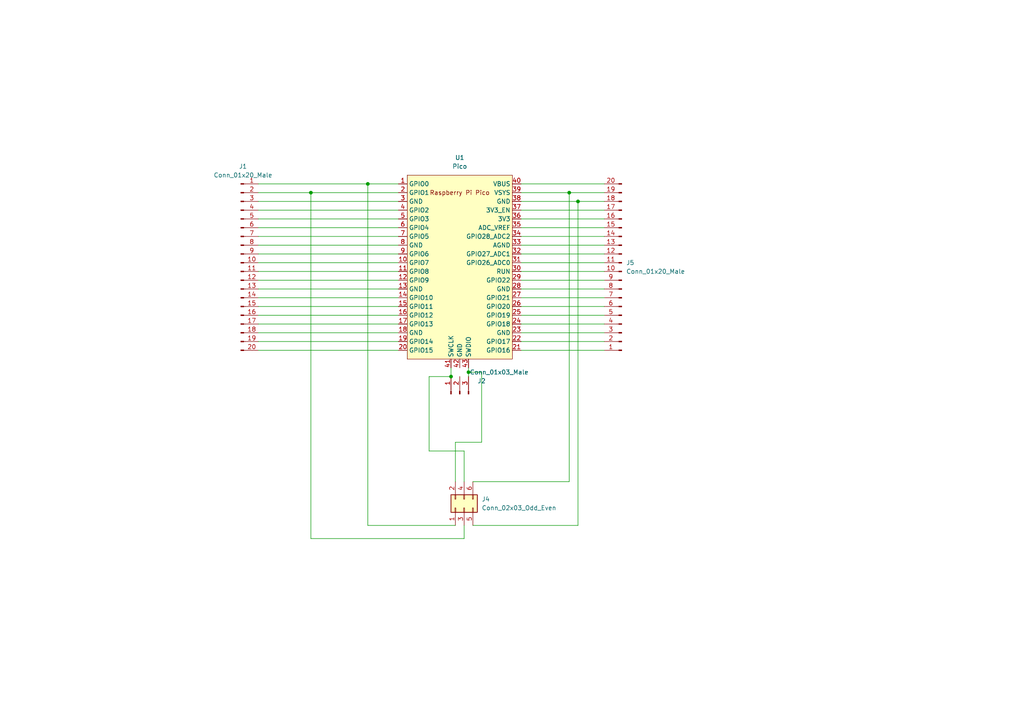
<source format=kicad_sch>
(kicad_sch (version 20211123) (generator eeschema)
  (paper "A4")
  (lib_symbols
    (symbol "Connector:Conn_01x03_Male" (pin_names (offset 1.016) hide)
      (property "Reference" "J" (at 0 5.08 0))
      (property "Value" "Conn_01x03_Male" (at 0 -5.08 0))
      (symbol "Conn_01x03_Male_1_1"
        (polyline (pts (xy 1.27 -2.54) (xy 0.8636 -2.54)) (stroke (width 0.1524)))
        (polyline (pts (xy 1.27 0) (xy 0.8636 0)) (stroke (width 0.1524)))
        (polyline (pts (xy 1.27 2.54) (xy 0.8636 2.54)) (stroke (width 0.1524)))
        (rectangle (start 0.8636 -2.413) (end 0 -2.667) (stroke (width 0.1524)) (fill (type outline)))
        (rectangle (start 0.8636 0.127) (end 0 -0.127) (stroke (width 0.1524)) (fill (type outline)))
        (rectangle (start 0.8636 2.667) (end 0 2.413) (stroke (width 0.1524)) (fill (type outline)))
        (pin passive line (at 5.08 2.54 180) (length 3.81) (name "Pin_1") (number "1"))
        (pin passive line (at 5.08 0 180) (length 3.81) (name "Pin_2") (number "2"))
        (pin passive line (at 5.08 -2.54 180) (length 3.81) (name "Pin_3") (number "3"))
      )
    )
    (symbol "Connector:Conn_01x20_Male" (pin_names (offset 1.016) hide)
      (property "Reference" "J" (at 0 25.4 0))
      (property "Value" "Conn_01x20_Male" (at 0 -27.94 0))
      (symbol "Conn_01x20_Male_1_1"
        (polyline (pts (xy 1.27 -25.4) (xy 0.8636 -25.4)) (stroke (width 0.1524)))
        (polyline (pts (xy 1.27 -22.86) (xy 0.8636 -22.86)) (stroke (width 0.1524)))
        (polyline (pts (xy 1.27 -20.32) (xy 0.8636 -20.32)) (stroke (width 0.1524)))
        (polyline (pts (xy 1.27 -17.78) (xy 0.8636 -17.78)) (stroke (width 0.1524)))
        (polyline (pts (xy 1.27 -15.24) (xy 0.8636 -15.24)) (stroke (width 0.1524)))
        (polyline (pts (xy 1.27 -12.7) (xy 0.8636 -12.7)) (stroke (width 0.1524)))
        (polyline (pts (xy 1.27 -10.16) (xy 0.8636 -10.16)) (stroke (width 0.1524)))
        (polyline (pts (xy 1.27 -7.62) (xy 0.8636 -7.62)) (stroke (width 0.1524)))
        (polyline (pts (xy 1.27 -5.08) (xy 0.8636 -5.08)) (stroke (width 0.1524)))
        (polyline (pts (xy 1.27 -2.54) (xy 0.8636 -2.54)) (stroke (width 0.1524)))
        (polyline (pts (xy 1.27 0) (xy 0.8636 0)) (stroke (width 0.1524)))
        (polyline (pts (xy 1.27 2.54) (xy 0.8636 2.54)) (stroke (width 0.1524)))
        (polyline (pts (xy 1.27 5.08) (xy 0.8636 5.08)) (stroke (width 0.1524)))
        (polyline (pts (xy 1.27 7.62) (xy 0.8636 7.62)) (stroke (width 0.1524)))
        (polyline (pts (xy 1.27 10.16) (xy 0.8636 10.16)) (stroke (width 0.1524)))
        (polyline (pts (xy 1.27 12.7) (xy 0.8636 12.7)) (stroke (width 0.1524)))
        (polyline (pts (xy 1.27 15.24) (xy 0.8636 15.24)) (stroke (width 0.1524)))
        (polyline (pts (xy 1.27 17.78) (xy 0.8636 17.78)) (stroke (width 0.1524)))
        (polyline (pts (xy 1.27 20.32) (xy 0.8636 20.32)) (stroke (width 0.1524)))
        (polyline (pts (xy 1.27 22.86) (xy 0.8636 22.86)) (stroke (width 0.1524)))
        (rectangle (start 0.8636 -25.273) (end 0 -25.527) (stroke (width 0.1524)) (fill (type outline)))
        (rectangle (start 0.8636 -22.733) (end 0 -22.987) (stroke (width 0.1524)) (fill (type outline)))
        (rectangle (start 0.8636 -20.193) (end 0 -20.447) (stroke (width 0.1524)) (fill (type outline)))
        (rectangle (start 0.8636 -17.653) (end 0 -17.907) (stroke (width 0.1524)) (fill (type outline)))
        (rectangle (start 0.8636 -15.113) (end 0 -15.367) (stroke (width 0.1524)) (fill (type outline)))
        (rectangle (start 0.8636 -12.573) (end 0 -12.827) (stroke (width 0.1524)) (fill (type outline)))
        (rectangle (start 0.8636 -10.033) (end 0 -10.287) (stroke (width 0.1524)) (fill (type outline)))
        (rectangle (start 0.8636 -7.493) (end 0 -7.747) (stroke (width 0.1524)) (fill (type outline)))
        (rectangle (start 0.8636 -4.953) (end 0 -5.207) (stroke (width 0.1524)) (fill (type outline)))
        (rectangle (start 0.8636 -2.413) (end 0 -2.667) (stroke (width 0.1524)) (fill (type outline)))
        (rectangle (start 0.8636 0.127) (end 0 -0.127) (stroke (width 0.1524)) (fill (type outline)))
        (rectangle (start 0.8636 2.667) (end 0 2.413) (stroke (width 0.1524)) (fill (type outline)))
        (rectangle (start 0.8636 5.207) (end 0 4.953) (stroke (width 0.1524)) (fill (type outline)))
        (rectangle (start 0.8636 7.747) (end 0 7.493) (stroke (width 0.1524)) (fill (type outline)))
        (rectangle (start 0.8636 10.287) (end 0 10.033) (stroke (width 0.1524)) (fill (type outline)))
        (rectangle (start 0.8636 12.827) (end 0 12.573) (stroke (width 0.1524)) (fill (type outline)))
        (rectangle (start 0.8636 15.367) (end 0 15.113) (stroke (width 0.1524)) (fill (type outline)))
        (rectangle (start 0.8636 17.907) (end 0 17.653) (stroke (width 0.1524)) (fill (type outline)))
        (rectangle (start 0.8636 20.447) (end 0 20.193) (stroke (width 0.1524)) (fill (type outline)))
        (rectangle (start 0.8636 22.987) (end 0 22.733) (stroke (width 0.1524)) (fill (type outline)))
        (pin passive line (at 5.08 22.86 180) (length 3.81) (name "Pin_1") (number "1"))
        (pin passive line (at 5.08 0 180) (length 3.81) (name "Pin_10") (number "10"))
        (pin passive line (at 5.08 -2.54 180) (length 3.81) (name "Pin_11") (number "11"))
        (pin passive line (at 5.08 -5.08 180) (length 3.81) (name "Pin_12") (number "12"))
        (pin passive line (at 5.08 -7.62 180) (length 3.81) (name "Pin_13") (number "13"))
        (pin passive line (at 5.08 -10.16 180) (length 3.81) (name "Pin_14") (number "14"))
        (pin passive line (at 5.08 -12.7 180) (length 3.81) (name "Pin_15") (number "15"))
        (pin passive line (at 5.08 -15.24 180) (length 3.81) (name "Pin_16") (number "16"))
        (pin passive line (at 5.08 -17.78 180) (length 3.81) (name "Pin_17") (number "17"))
        (pin passive line (at 5.08 -20.32 180) (length 3.81) (name "Pin_18") (number "18"))
        (pin passive line (at 5.08 -22.86 180) (length 3.81) (name "Pin_19") (number "19"))
        (pin passive line (at 5.08 20.32 180) (length 3.81) (name "Pin_2") (number "2"))
        (pin passive line (at 5.08 -25.4 180) (length 3.81) (name "Pin_20") (number "20"))
        (pin passive line (at 5.08 17.78 180) (length 3.81) (name "Pin_3") (number "3"))
        (pin passive line (at 5.08 15.24 180) (length 3.81) (name "Pin_4") (number "4"))
        (pin passive line (at 5.08 12.7 180) (length 3.81) (name "Pin_5") (number "5"))
        (pin passive line (at 5.08 10.16 180) (length 3.81) (name "Pin_6") (number "6"))
        (pin passive line (at 5.08 7.62 180) (length 3.81) (name "Pin_7") (number "7"))
        (pin passive line (at 5.08 5.08 180) (length 3.81) (name "Pin_8") (number "8"))
        (pin passive line (at 5.08 2.54 180) (length 3.81) (name "Pin_9") (number "9"))
      )
    )
    (symbol "Connector_Generic:Conn_02x03_Odd_Even" (pin_names (offset 1.016) hide)
      (property "Reference" "J" (at 1.27 5.08 0))
      (property "Value" "Conn_02x03_Odd_Even" (at 1.27 -5.08 0))
      (symbol "Conn_02x03_Odd_Even_1_1"
        (rectangle (start -1.27 -2.413) (end 0 -2.667) (stroke (width 0.1524)))
        (rectangle (start -1.27 0.127) (end 0 -0.127) (stroke (width 0.1524)))
        (rectangle (start -1.27 2.667) (end 0 2.413) (stroke (width 0.1524)))
        (rectangle (start -1.27 3.81) (end 3.81 -3.81) (stroke (width 0.254)) (fill (type background)))
        (rectangle (start 3.81 -2.413) (end 2.54 -2.667) (stroke (width 0.1524)))
        (rectangle (start 3.81 0.127) (end 2.54 -0.127) (stroke (width 0.1524)))
        (rectangle (start 3.81 2.667) (end 2.54 2.413) (stroke (width 0.1524)))
        (pin passive line (at -5.08 2.54 0) (length 3.81) (name "Pin_1") (number "1"))
        (pin passive line (at 7.62 2.54 180) (length 3.81) (name "Pin_2") (number "2"))
        (pin passive line (at -5.08 0 0) (length 3.81) (name "Pin_3") (number "3"))
        (pin passive line (at 7.62 0 180) (length 3.81) (name "Pin_4") (number "4"))
        (pin passive line (at -5.08 -2.54 0) (length 3.81) (name "Pin_5") (number "5"))
        (pin passive line (at 7.62 -2.54 180) (length 3.81) (name "Pin_6") (number "6"))
      )
    )
    (symbol "MCU_RaspberryPi_and_Boards:Pico"
      (property "Reference" "U" (at -13.97 27.94 0))
      (property "Value" "Pico" (at 0 19.05 0))
      (symbol "Pico_0_0"
        (text "Raspberry Pi Pico" (at 0 21.59 0) (effects (font (size 1.27 1.27))))
      )
      (symbol "Pico_0_1"
        (rectangle (start -15.24 26.67) (end 15.24 -26.67) (fill (type background)))
      )
      (symbol "Pico_1_1"
        (pin bidirectional line (at -17.78 24.13 0) (length 2.54) (name "GPIO0") (number "1"))
        (pin bidirectional line (at -17.78 1.27 0) (length 2.54) (name "GPIO7") (number "10"))
        (pin bidirectional line (at -17.78 -1.27 0) (length 2.54) (name "GPIO8") (number "11"))
        (pin bidirectional line (at -17.78 -3.81 0) (length 2.54) (name "GPIO9") (number "12"))
        (pin power_in line (at -17.78 -6.35 0) (length 2.54) (name "GND") (number "13"))
        (pin bidirectional line (at -17.78 -8.89 0) (length 2.54) (name "GPIO10") (number "14"))
        (pin bidirectional line (at -17.78 -11.43 0) (length 2.54) (name "GPIO11") (number "15"))
        (pin bidirectional line (at -17.78 -13.97 0) (length 2.54) (name "GPIO12") (number "16"))
        (pin bidirectional line (at -17.78 -16.51 0) (length 2.54) (name "GPIO13") (number "17"))
        (pin power_in line (at -17.78 -19.05 0) (length 2.54) (name "GND") (number "18"))
        (pin bidirectional line (at -17.78 -21.59 0) (length 2.54) (name "GPIO14") (number "19"))
        (pin bidirectional line (at -17.78 21.59 0) (length 2.54) (name "GPIO1") (number "2"))
        (pin bidirectional line (at -17.78 -24.13 0) (length 2.54) (name "GPIO15") (number "20"))
        (pin bidirectional line (at 17.78 -24.13 180) (length 2.54) (name "GPIO16") (number "21"))
        (pin bidirectional line (at 17.78 -21.59 180) (length 2.54) (name "GPIO17") (number "22"))
        (pin power_in line (at 17.78 -19.05 180) (length 2.54) (name "GND") (number "23"))
        (pin bidirectional line (at 17.78 -16.51 180) (length 2.54) (name "GPIO18") (number "24"))
        (pin bidirectional line (at 17.78 -13.97 180) (length 2.54) (name "GPIO19") (number "25"))
        (pin bidirectional line (at 17.78 -11.43 180) (length 2.54) (name "GPIO20") (number "26"))
        (pin bidirectional line (at 17.78 -8.89 180) (length 2.54) (name "GPIO21") (number "27"))
        (pin power_in line (at 17.78 -6.35 180) (length 2.54) (name "GND") (number "28"))
        (pin bidirectional line (at 17.78 -3.81 180) (length 2.54) (name "GPIO22") (number "29"))
        (pin power_in line (at -17.78 19.05 0) (length 2.54) (name "GND") (number "3"))
        (pin input line (at 17.78 -1.27 180) (length 2.54) (name "RUN") (number "30"))
        (pin bidirectional line (at 17.78 1.27 180) (length 2.54) (name "GPIO26_ADC0") (number "31"))
        (pin bidirectional line (at 17.78 3.81 180) (length 2.54) (name "GPIO27_ADC1") (number "32"))
        (pin power_in line (at 17.78 6.35 180) (length 2.54) (name "AGND") (number "33"))
        (pin bidirectional line (at 17.78 8.89 180) (length 2.54) (name "GPIO28_ADC2") (number "34"))
        (pin power_in line (at 17.78 11.43 180) (length 2.54) (name "ADC_VREF") (number "35"))
        (pin power_in line (at 17.78 13.97 180) (length 2.54) (name "3V3") (number "36"))
        (pin input line (at 17.78 16.51 180) (length 2.54) (name "3V3_EN") (number "37"))
        (pin bidirectional line (at 17.78 19.05 180) (length 2.54) (name "GND") (number "38"))
        (pin power_in line (at 17.78 21.59 180) (length 2.54) (name "VSYS") (number "39"))
        (pin bidirectional line (at -17.78 16.51 0) (length 2.54) (name "GPIO2") (number "4"))
        (pin power_in line (at 17.78 24.13 180) (length 2.54) (name "VBUS") (number "40"))
        (pin input line (at -2.54 -29.21 90) (length 2.54) (name "SWCLK") (number "41"))
        (pin power_in line (at 0 -29.21 90) (length 2.54) (name "GND") (number "42"))
        (pin bidirectional line (at 2.54 -29.21 90) (length 2.54) (name "SWDIO") (number "43"))
        (pin bidirectional line (at -17.78 13.97 0) (length 2.54) (name "GPIO3") (number "5"))
        (pin bidirectional line (at -17.78 11.43 0) (length 2.54) (name "GPIO4") (number "6"))
        (pin bidirectional line (at -17.78 8.89 0) (length 2.54) (name "GPIO5") (number "7"))
        (pin power_in line (at -17.78 6.35 0) (length 2.54) (name "GND") (number "8"))
        (pin bidirectional line (at -17.78 3.81 0) (length 2.54) (name "GPIO6") (number "9"))
      )
    )
  )
  (junction (at 135.89 107.95))
  (junction (at 165.1 55.88))
  (junction (at 167.64 58.42))
  (junction (at 106.68 53.34))
  (junction (at 130.81 109.22))
  (junction (at 90.17 55.88))
  (wire (pts (xy 151.13 60.96) (xy 175.26 60.96)))
  (wire (pts (xy 74.93 66.04) (xy 115.57 66.04)))
  (wire (pts (xy 132.08 128.27) (xy 139.7 128.27)))
  (wire (pts (xy 151.13 91.44) (xy 175.26 91.44)))
  (wire (pts (xy 106.68 152.4) (xy 132.08 152.4)))
  (wire (pts (xy 151.13 86.36) (xy 175.26 86.36)))
  (wire (pts (xy 135.89 106.68) (xy 135.89 107.95)))
  (wire (pts (xy 165.1 139.7) (xy 165.1 55.88)))
  (wire (pts (xy 151.13 83.82) (xy 175.26 83.82)))
  (wire (pts (xy 74.93 99.06) (xy 115.57 99.06)))
  (wire (pts (xy 74.93 68.58) (xy 115.57 68.58)))
  (wire (pts (xy 151.13 78.74) (xy 175.26 78.74)))
  (wire (pts (xy 151.13 63.5) (xy 175.26 63.5)))
  (wire (pts (xy 151.13 76.2) (xy 175.26 76.2)))
  (wire (pts (xy 74.93 88.9) (xy 115.57 88.9)))
  (wire (pts (xy 151.13 81.28) (xy 175.26 81.28)))
  (wire (pts (xy 134.62 156.21) (xy 90.17 156.21)))
  (wire (pts (xy 151.13 68.58) (xy 175.26 68.58)))
  (wire (pts (xy 124.46 130.81) (xy 124.46 109.22)))
  (wire (pts (xy 74.93 91.44) (xy 115.57 91.44)))
  (wire (pts (xy 135.89 107.95) (xy 139.7 107.95)))
  (wire (pts (xy 130.81 106.68) (xy 130.81 109.22)))
  (wire (pts (xy 167.64 58.42) (xy 175.26 58.42)))
  (wire (pts (xy 74.93 63.5) (xy 115.57 63.5)))
  (wire (pts (xy 74.93 86.36) (xy 115.57 86.36)))
  (wire (pts (xy 151.13 101.6) (xy 175.26 101.6)))
  (wire (pts (xy 90.17 55.88) (xy 115.57 55.88)))
  (wire (pts (xy 124.46 130.81) (xy 134.62 130.81)))
  (wire (pts (xy 124.46 109.22) (xy 130.81 109.22)))
  (wire (pts (xy 151.13 55.88) (xy 165.1 55.88)))
  (wire (pts (xy 167.64 58.42) (xy 167.64 152.4)))
  (wire (pts (xy 151.13 99.06) (xy 175.26 99.06)))
  (wire (pts (xy 132.08 128.27) (xy 132.08 139.7)))
  (wire (pts (xy 74.93 83.82) (xy 115.57 83.82)))
  (wire (pts (xy 134.62 152.4) (xy 134.62 156.21)))
  (wire (pts (xy 74.93 93.98) (xy 115.57 93.98)))
  (wire (pts (xy 74.93 58.42) (xy 115.57 58.42)))
  (wire (pts (xy 137.16 139.7) (xy 165.1 139.7)))
  (wire (pts (xy 74.93 76.2) (xy 115.57 76.2)))
  (wire (pts (xy 74.93 96.52) (xy 115.57 96.52)))
  (wire (pts (xy 151.13 66.04) (xy 175.26 66.04)))
  (wire (pts (xy 90.17 55.88) (xy 90.17 156.21)))
  (wire (pts (xy 74.93 60.96) (xy 115.57 60.96)))
  (wire (pts (xy 135.89 107.95) (xy 135.89 109.22)))
  (wire (pts (xy 74.93 101.6) (xy 115.57 101.6)))
  (wire (pts (xy 74.93 71.12) (xy 115.57 71.12)))
  (wire (pts (xy 106.68 53.34) (xy 106.68 152.4)))
  (wire (pts (xy 134.62 130.81) (xy 134.62 139.7)))
  (wire (pts (xy 165.1 55.88) (xy 175.26 55.88)))
  (wire (pts (xy 151.13 96.52) (xy 175.26 96.52)))
  (wire (pts (xy 74.93 53.34) (xy 106.68 53.34)))
  (wire (pts (xy 74.93 78.74) (xy 115.57 78.74)))
  (wire (pts (xy 139.7 128.27) (xy 139.7 107.95)))
  (wire (pts (xy 151.13 53.34) (xy 175.26 53.34)))
  (wire (pts (xy 74.93 73.66) (xy 115.57 73.66)))
  (wire (pts (xy 151.13 73.66) (xy 175.26 73.66)))
  (wire (pts (xy 106.68 53.34) (xy 115.57 53.34)))
  (wire (pts (xy 74.93 81.28) (xy 115.57 81.28)))
  (wire (pts (xy 74.93 55.88) (xy 90.17 55.88)))
  (wire (pts (xy 151.13 71.12) (xy 175.26 71.12)))
  (wire (pts (xy 151.13 58.42) (xy 167.64 58.42)))
  (wire (pts (xy 151.13 93.98) (xy 175.26 93.98)))
  (wire (pts (xy 137.16 152.4) (xy 167.64 152.4)))
  (wire (pts (xy 151.13 88.9) (xy 175.26 88.9)))
  (symbol (lib_id "Connector:Conn_01x20_Male") (at 180.34 78.74 180) (unit 1)
    (property "Reference" "J5" (at 181.61 76.1999 0) (effects (justify right)))
    (property "Value" "Conn_01x20_Male" (at 181.61 78.7399 0) (effects (justify right)))
    (property "Footprint" "Connector_PinSocket_2.54mm:PinSocket_1x20_P2.54mm_Vertical" (effects hide))
  )
  (symbol (lib_id "Connector:Conn_01x20_Male") (at 69.85 76.2 0) (unit 1)
    (property "Reference" "J1" (at 70.485 48.26 0))
    (property "Value" "Conn_01x20_Male" (at 70.485 50.8 0))
    (property "Footprint" "Connector_PinSocket_2.54mm:PinSocket_1x20_P2.54mm_Vertical" (effects hide))
  )
  (symbol (lib_id "MCU_RaspberryPi_and_Boards:Pico") (at 133.35 77.47 0) (unit 1)
    (property "Reference" "U1" (at 133.35 45.72 0))
    (property "Value" "Pico" (at 133.35 48.26 0))
    (property "Footprint" "MCU_RaspberryPi_and_Boards:RPi_Pico_SMD_TH" (effects hide))
  )
  (symbol (lib_id "Connector:Conn_01x03_Male") (at 133.35 114.3 90) (unit 1)
    (property "Reference" "J2" (at 139.7 110.49 90))
    (property "Value" "Conn_01x03_Male" (at 144.78 107.95 90))
    (property "Footprint" "Connector_PinSocket_2.54mm:PinSocket_1x03_P2.54mm_Vertical" (effects hide))
  )
  (symbol (lib_id "Connector_Generic:Conn_02x03_Odd_Even") (at 134.62 147.32 90) (unit 1)
    (property "Reference" "J4" (at 139.7 144.7799 90) (effects (justify right)))
    (property "Value" "Conn_02x03_Odd_Even" (at 139.7 147.3199 90) (effects (justify right)))
    (property "Footprint" "Connector_IDC:IDC-Header_2x03_P2.54mm_Vertical" (effects hide))
  )
)
</source>
